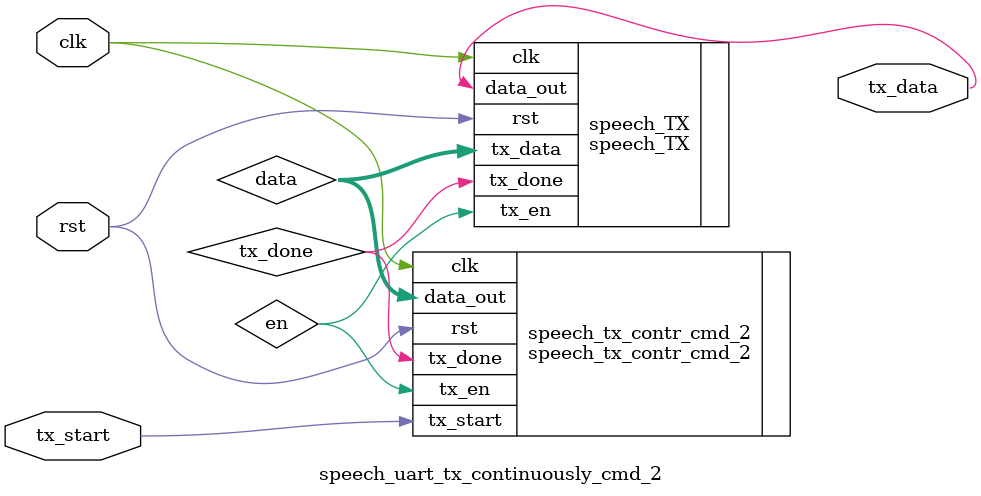
<source format=v>
`timescale 1ns / 1ps
module speech_uart_tx_continuously_cmd_2(
	input clk,
	input rst,
	input tx_start,
	output tx_data
    );
	
	wire [7:0] data;
	wire en;
	wire tx_done;

	
	
	speech_TX speech_TX(
    .clk(clk),
    .rst(rst),
    .tx_data(data),
    .tx_en(en),
	.tx_done(tx_done),
    .data_out(tx_data)
    );
	
	
	speech_tx_contr_cmd_2 speech_tx_contr_cmd_2(
	.clk(clk),
	.rst(rst),
	.tx_start(tx_start),
	.tx_done(tx_done),
	.tx_en(en),
	.data_out(data)
    );

endmodule

</source>
